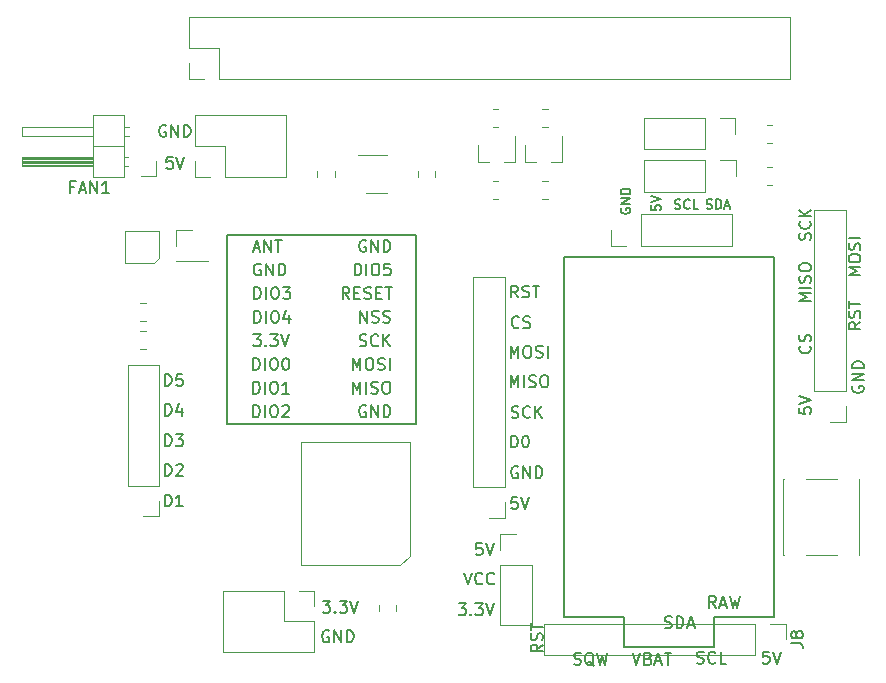
<source format=gbr>
%TF.GenerationSoftware,KiCad,Pcbnew,(5.1.10)-1*%
%TF.CreationDate,2022-02-24T16:30:35+08:00*%
%TF.ProjectId,hat,6861742e-6b69-4636-9164-5f7063625858,rev?*%
%TF.SameCoordinates,Original*%
%TF.FileFunction,Legend,Top*%
%TF.FilePolarity,Positive*%
%FSLAX46Y46*%
G04 Gerber Fmt 4.6, Leading zero omitted, Abs format (unit mm)*
G04 Created by KiCad (PCBNEW (5.1.10)-1) date 2022-02-24 16:30:35*
%MOMM*%
%LPD*%
G01*
G04 APERTURE LIST*
%ADD10C,0.150000*%
%ADD11C,0.120000*%
%ADD12C,0.160000*%
G04 APERTURE END LIST*
D10*
X157152380Y-118247619D02*
X156676190Y-118580952D01*
X157152380Y-118819047D02*
X156152380Y-118819047D01*
X156152380Y-118438095D01*
X156200000Y-118342857D01*
X156247619Y-118295238D01*
X156342857Y-118247619D01*
X156485714Y-118247619D01*
X156580952Y-118295238D01*
X156628571Y-118342857D01*
X156676190Y-118438095D01*
X156676190Y-118819047D01*
X157104761Y-117866666D02*
X157152380Y-117723809D01*
X157152380Y-117485714D01*
X157104761Y-117390476D01*
X157057142Y-117342857D01*
X156961904Y-117295238D01*
X156866666Y-117295238D01*
X156771428Y-117342857D01*
X156723809Y-117390476D01*
X156676190Y-117485714D01*
X156628571Y-117676190D01*
X156580952Y-117771428D01*
X156533333Y-117819047D01*
X156438095Y-117866666D01*
X156342857Y-117866666D01*
X156247619Y-117819047D01*
X156200000Y-117771428D01*
X156152380Y-117676190D01*
X156152380Y-117438095D01*
X156200000Y-117295238D01*
X156152380Y-117009523D02*
X156152380Y-116438095D01*
X157152380Y-116723809D02*
X156152380Y-116723809D01*
X159819047Y-119904761D02*
X159961904Y-119952380D01*
X160200000Y-119952380D01*
X160295238Y-119904761D01*
X160342857Y-119857142D01*
X160390476Y-119761904D01*
X160390476Y-119666666D01*
X160342857Y-119571428D01*
X160295238Y-119523809D01*
X160200000Y-119476190D01*
X160009523Y-119428571D01*
X159914285Y-119380952D01*
X159866666Y-119333333D01*
X159819047Y-119238095D01*
X159819047Y-119142857D01*
X159866666Y-119047619D01*
X159914285Y-119000000D01*
X160009523Y-118952380D01*
X160247619Y-118952380D01*
X160390476Y-119000000D01*
X161485714Y-120047619D02*
X161390476Y-120000000D01*
X161295238Y-119904761D01*
X161152380Y-119761904D01*
X161057142Y-119714285D01*
X160961904Y-119714285D01*
X161009523Y-119952380D02*
X160914285Y-119904761D01*
X160819047Y-119809523D01*
X160771428Y-119619047D01*
X160771428Y-119285714D01*
X160819047Y-119095238D01*
X160914285Y-119000000D01*
X161009523Y-118952380D01*
X161200000Y-118952380D01*
X161295238Y-119000000D01*
X161390476Y-119095238D01*
X161438095Y-119285714D01*
X161438095Y-119619047D01*
X161390476Y-119809523D01*
X161295238Y-119904761D01*
X161200000Y-119952380D01*
X161009523Y-119952380D01*
X161771428Y-118952380D02*
X162009523Y-119952380D01*
X162200000Y-119238095D01*
X162390476Y-119952380D01*
X162628571Y-118952380D01*
X164757142Y-118952380D02*
X165090476Y-119952380D01*
X165423809Y-118952380D01*
X166090476Y-119428571D02*
X166233333Y-119476190D01*
X166280952Y-119523809D01*
X166328571Y-119619047D01*
X166328571Y-119761904D01*
X166280952Y-119857142D01*
X166233333Y-119904761D01*
X166138095Y-119952380D01*
X165757142Y-119952380D01*
X165757142Y-118952380D01*
X166090476Y-118952380D01*
X166185714Y-119000000D01*
X166233333Y-119047619D01*
X166280952Y-119142857D01*
X166280952Y-119238095D01*
X166233333Y-119333333D01*
X166185714Y-119380952D01*
X166090476Y-119428571D01*
X165757142Y-119428571D01*
X166709523Y-119666666D02*
X167185714Y-119666666D01*
X166614285Y-119952380D02*
X166947619Y-118952380D01*
X167280952Y-119952380D01*
X167471428Y-118952380D02*
X168042857Y-118952380D01*
X167757142Y-119952380D02*
X167757142Y-118952380D01*
X167485714Y-116804761D02*
X167628571Y-116852380D01*
X167866666Y-116852380D01*
X167961904Y-116804761D01*
X168009523Y-116757142D01*
X168057142Y-116661904D01*
X168057142Y-116566666D01*
X168009523Y-116471428D01*
X167961904Y-116423809D01*
X167866666Y-116376190D01*
X167676190Y-116328571D01*
X167580952Y-116280952D01*
X167533333Y-116233333D01*
X167485714Y-116138095D01*
X167485714Y-116042857D01*
X167533333Y-115947619D01*
X167580952Y-115900000D01*
X167676190Y-115852380D01*
X167914285Y-115852380D01*
X168057142Y-115900000D01*
X168485714Y-116852380D02*
X168485714Y-115852380D01*
X168723809Y-115852380D01*
X168866666Y-115900000D01*
X168961904Y-115995238D01*
X169009523Y-116090476D01*
X169057142Y-116280952D01*
X169057142Y-116423809D01*
X169009523Y-116614285D01*
X168961904Y-116709523D01*
X168866666Y-116804761D01*
X168723809Y-116852380D01*
X168485714Y-116852380D01*
X169438095Y-116566666D02*
X169914285Y-116566666D01*
X169342857Y-116852380D02*
X169676190Y-115852380D01*
X170009523Y-116852380D01*
X170209523Y-119804761D02*
X170352380Y-119852380D01*
X170590476Y-119852380D01*
X170685714Y-119804761D01*
X170733333Y-119757142D01*
X170780952Y-119661904D01*
X170780952Y-119566666D01*
X170733333Y-119471428D01*
X170685714Y-119423809D01*
X170590476Y-119376190D01*
X170400000Y-119328571D01*
X170304761Y-119280952D01*
X170257142Y-119233333D01*
X170209523Y-119138095D01*
X170209523Y-119042857D01*
X170257142Y-118947619D01*
X170304761Y-118900000D01*
X170400000Y-118852380D01*
X170638095Y-118852380D01*
X170780952Y-118900000D01*
X171780952Y-119757142D02*
X171733333Y-119804761D01*
X171590476Y-119852380D01*
X171495238Y-119852380D01*
X171352380Y-119804761D01*
X171257142Y-119709523D01*
X171209523Y-119614285D01*
X171161904Y-119423809D01*
X171161904Y-119280952D01*
X171209523Y-119090476D01*
X171257142Y-118995238D01*
X171352380Y-118900000D01*
X171495238Y-118852380D01*
X171590476Y-118852380D01*
X171733333Y-118900000D01*
X171780952Y-118947619D01*
X172685714Y-119852380D02*
X172209523Y-119852380D01*
X172209523Y-118852380D01*
X176309523Y-118852380D02*
X175833333Y-118852380D01*
X175785714Y-119328571D01*
X175833333Y-119280952D01*
X175928571Y-119233333D01*
X176166666Y-119233333D01*
X176261904Y-119280952D01*
X176309523Y-119328571D01*
X176357142Y-119423809D01*
X176357142Y-119661904D01*
X176309523Y-119757142D01*
X176261904Y-119804761D01*
X176166666Y-119852380D01*
X175928571Y-119852380D01*
X175833333Y-119804761D01*
X175785714Y-119757142D01*
X176642857Y-118852380D02*
X176976190Y-119852380D01*
X177309523Y-118852380D01*
X150466666Y-112152380D02*
X150800000Y-113152380D01*
X151133333Y-112152380D01*
X152038095Y-113057142D02*
X151990476Y-113104761D01*
X151847619Y-113152380D01*
X151752380Y-113152380D01*
X151609523Y-113104761D01*
X151514285Y-113009523D01*
X151466666Y-112914285D01*
X151419047Y-112723809D01*
X151419047Y-112580952D01*
X151466666Y-112390476D01*
X151514285Y-112295238D01*
X151609523Y-112200000D01*
X151752380Y-112152380D01*
X151847619Y-112152380D01*
X151990476Y-112200000D01*
X152038095Y-112247619D01*
X153038095Y-113057142D02*
X152990476Y-113104761D01*
X152847619Y-113152380D01*
X152752380Y-113152380D01*
X152609523Y-113104761D01*
X152514285Y-113009523D01*
X152466666Y-112914285D01*
X152419047Y-112723809D01*
X152419047Y-112580952D01*
X152466666Y-112390476D01*
X152514285Y-112295238D01*
X152609523Y-112200000D01*
X152752380Y-112152380D01*
X152847619Y-112152380D01*
X152990476Y-112200000D01*
X153038095Y-112247619D01*
X125238095Y-74300000D02*
X125142857Y-74252380D01*
X125000000Y-74252380D01*
X124857142Y-74300000D01*
X124761904Y-74395238D01*
X124714285Y-74490476D01*
X124666666Y-74680952D01*
X124666666Y-74823809D01*
X124714285Y-75014285D01*
X124761904Y-75109523D01*
X124857142Y-75204761D01*
X125000000Y-75252380D01*
X125095238Y-75252380D01*
X125238095Y-75204761D01*
X125285714Y-75157142D01*
X125285714Y-74823809D01*
X125095238Y-74823809D01*
X125714285Y-75252380D02*
X125714285Y-74252380D01*
X126285714Y-75252380D01*
X126285714Y-74252380D01*
X126761904Y-75252380D02*
X126761904Y-74252380D01*
X127000000Y-74252380D01*
X127142857Y-74300000D01*
X127238095Y-74395238D01*
X127285714Y-74490476D01*
X127333333Y-74680952D01*
X127333333Y-74823809D01*
X127285714Y-75014285D01*
X127238095Y-75109523D01*
X127142857Y-75204761D01*
X127000000Y-75252380D01*
X126761904Y-75252380D01*
X178852380Y-98190476D02*
X178852380Y-98666666D01*
X179328571Y-98714285D01*
X179280952Y-98666666D01*
X179233333Y-98571428D01*
X179233333Y-98333333D01*
X179280952Y-98238095D01*
X179328571Y-98190476D01*
X179423809Y-98142857D01*
X179661904Y-98142857D01*
X179757142Y-98190476D01*
X179804761Y-98238095D01*
X179852380Y-98333333D01*
X179852380Y-98571428D01*
X179804761Y-98666666D01*
X179757142Y-98714285D01*
X178852380Y-97857142D02*
X179852380Y-97523809D01*
X178852380Y-97190476D01*
X152009523Y-109652380D02*
X151533333Y-109652380D01*
X151485714Y-110128571D01*
X151533333Y-110080952D01*
X151628571Y-110033333D01*
X151866666Y-110033333D01*
X151961904Y-110080952D01*
X152009523Y-110128571D01*
X152057142Y-110223809D01*
X152057142Y-110461904D01*
X152009523Y-110557142D01*
X151961904Y-110604761D01*
X151866666Y-110652380D01*
X151628571Y-110652380D01*
X151533333Y-110604761D01*
X151485714Y-110557142D01*
X152342857Y-109652380D02*
X152676190Y-110652380D01*
X153009523Y-109652380D01*
X150023809Y-114752380D02*
X150642857Y-114752380D01*
X150309523Y-115133333D01*
X150452380Y-115133333D01*
X150547619Y-115180952D01*
X150595238Y-115228571D01*
X150642857Y-115323809D01*
X150642857Y-115561904D01*
X150595238Y-115657142D01*
X150547619Y-115704761D01*
X150452380Y-115752380D01*
X150166666Y-115752380D01*
X150071428Y-115704761D01*
X150023809Y-115657142D01*
X151071428Y-115657142D02*
X151119047Y-115704761D01*
X151071428Y-115752380D01*
X151023809Y-115704761D01*
X151071428Y-115657142D01*
X151071428Y-115752380D01*
X151452380Y-114752380D02*
X152071428Y-114752380D01*
X151738095Y-115133333D01*
X151880952Y-115133333D01*
X151976190Y-115180952D01*
X152023809Y-115228571D01*
X152071428Y-115323809D01*
X152071428Y-115561904D01*
X152023809Y-115657142D01*
X151976190Y-115704761D01*
X151880952Y-115752380D01*
X151595238Y-115752380D01*
X151500000Y-115704761D01*
X151452380Y-115657142D01*
X152357142Y-114752380D02*
X152690476Y-115752380D01*
X153023809Y-114752380D01*
X139038095Y-117100000D02*
X138942857Y-117052380D01*
X138800000Y-117052380D01*
X138657142Y-117100000D01*
X138561904Y-117195238D01*
X138514285Y-117290476D01*
X138466666Y-117480952D01*
X138466666Y-117623809D01*
X138514285Y-117814285D01*
X138561904Y-117909523D01*
X138657142Y-118004761D01*
X138800000Y-118052380D01*
X138895238Y-118052380D01*
X139038095Y-118004761D01*
X139085714Y-117957142D01*
X139085714Y-117623809D01*
X138895238Y-117623809D01*
X139514285Y-118052380D02*
X139514285Y-117052380D01*
X140085714Y-118052380D01*
X140085714Y-117052380D01*
X140561904Y-118052380D02*
X140561904Y-117052380D01*
X140800000Y-117052380D01*
X140942857Y-117100000D01*
X141038095Y-117195238D01*
X141085714Y-117290476D01*
X141133333Y-117480952D01*
X141133333Y-117623809D01*
X141085714Y-117814285D01*
X141038095Y-117909523D01*
X140942857Y-118004761D01*
X140800000Y-118052380D01*
X140561904Y-118052380D01*
X183400000Y-96361904D02*
X183352380Y-96457142D01*
X183352380Y-96600000D01*
X183400000Y-96742857D01*
X183495238Y-96838095D01*
X183590476Y-96885714D01*
X183780952Y-96933333D01*
X183923809Y-96933333D01*
X184114285Y-96885714D01*
X184209523Y-96838095D01*
X184304761Y-96742857D01*
X184352380Y-96600000D01*
X184352380Y-96504761D01*
X184304761Y-96361904D01*
X184257142Y-96314285D01*
X183923809Y-96314285D01*
X183923809Y-96504761D01*
X184352380Y-95885714D02*
X183352380Y-95885714D01*
X184352380Y-95314285D01*
X183352380Y-95314285D01*
X184352380Y-94838095D02*
X183352380Y-94838095D01*
X183352380Y-94600000D01*
X183400000Y-94457142D01*
X183495238Y-94361904D01*
X183590476Y-94314285D01*
X183780952Y-94266666D01*
X183923809Y-94266666D01*
X184114285Y-94314285D01*
X184209523Y-94361904D01*
X184304761Y-94457142D01*
X184352380Y-94600000D01*
X184352380Y-94838095D01*
X179804761Y-83985714D02*
X179852380Y-83842857D01*
X179852380Y-83604761D01*
X179804761Y-83509523D01*
X179757142Y-83461904D01*
X179661904Y-83414285D01*
X179566666Y-83414285D01*
X179471428Y-83461904D01*
X179423809Y-83509523D01*
X179376190Y-83604761D01*
X179328571Y-83795238D01*
X179280952Y-83890476D01*
X179233333Y-83938095D01*
X179138095Y-83985714D01*
X179042857Y-83985714D01*
X178947619Y-83938095D01*
X178900000Y-83890476D01*
X178852380Y-83795238D01*
X178852380Y-83557142D01*
X178900000Y-83414285D01*
X179757142Y-82414285D02*
X179804761Y-82461904D01*
X179852380Y-82604761D01*
X179852380Y-82700000D01*
X179804761Y-82842857D01*
X179709523Y-82938095D01*
X179614285Y-82985714D01*
X179423809Y-83033333D01*
X179280952Y-83033333D01*
X179090476Y-82985714D01*
X178995238Y-82938095D01*
X178900000Y-82842857D01*
X178852380Y-82700000D01*
X178852380Y-82604761D01*
X178900000Y-82461904D01*
X178947619Y-82414285D01*
X179852380Y-81985714D02*
X178852380Y-81985714D01*
X179852380Y-81414285D02*
X179280952Y-81842857D01*
X178852380Y-81414285D02*
X179423809Y-81985714D01*
X184052380Y-86971428D02*
X183052380Y-86971428D01*
X183766666Y-86638095D01*
X183052380Y-86304761D01*
X184052380Y-86304761D01*
X183052380Y-85638095D02*
X183052380Y-85447619D01*
X183100000Y-85352380D01*
X183195238Y-85257142D01*
X183385714Y-85209523D01*
X183719047Y-85209523D01*
X183909523Y-85257142D01*
X184004761Y-85352380D01*
X184052380Y-85447619D01*
X184052380Y-85638095D01*
X184004761Y-85733333D01*
X183909523Y-85828571D01*
X183719047Y-85876190D01*
X183385714Y-85876190D01*
X183195238Y-85828571D01*
X183100000Y-85733333D01*
X183052380Y-85638095D01*
X184004761Y-84828571D02*
X184052380Y-84685714D01*
X184052380Y-84447619D01*
X184004761Y-84352380D01*
X183957142Y-84304761D01*
X183861904Y-84257142D01*
X183766666Y-84257142D01*
X183671428Y-84304761D01*
X183623809Y-84352380D01*
X183576190Y-84447619D01*
X183528571Y-84638095D01*
X183480952Y-84733333D01*
X183433333Y-84780952D01*
X183338095Y-84828571D01*
X183242857Y-84828571D01*
X183147619Y-84780952D01*
X183100000Y-84733333D01*
X183052380Y-84638095D01*
X183052380Y-84400000D01*
X183100000Y-84257142D01*
X184052380Y-83828571D02*
X183052380Y-83828571D01*
X179852380Y-89171428D02*
X178852380Y-89171428D01*
X179566666Y-88838095D01*
X178852380Y-88504761D01*
X179852380Y-88504761D01*
X179852380Y-88028571D02*
X178852380Y-88028571D01*
X179804761Y-87600000D02*
X179852380Y-87457142D01*
X179852380Y-87219047D01*
X179804761Y-87123809D01*
X179757142Y-87076190D01*
X179661904Y-87028571D01*
X179566666Y-87028571D01*
X179471428Y-87076190D01*
X179423809Y-87123809D01*
X179376190Y-87219047D01*
X179328571Y-87409523D01*
X179280952Y-87504761D01*
X179233333Y-87552380D01*
X179138095Y-87600000D01*
X179042857Y-87600000D01*
X178947619Y-87552380D01*
X178900000Y-87504761D01*
X178852380Y-87409523D01*
X178852380Y-87171428D01*
X178900000Y-87028571D01*
X178852380Y-86409523D02*
X178852380Y-86219047D01*
X178900000Y-86123809D01*
X178995238Y-86028571D01*
X179185714Y-85980952D01*
X179519047Y-85980952D01*
X179709523Y-86028571D01*
X179804761Y-86123809D01*
X179852380Y-86219047D01*
X179852380Y-86409523D01*
X179804761Y-86504761D01*
X179709523Y-86600000D01*
X179519047Y-86647619D01*
X179185714Y-86647619D01*
X178995238Y-86600000D01*
X178900000Y-86504761D01*
X178852380Y-86409523D01*
X184052380Y-90947619D02*
X183576190Y-91280952D01*
X184052380Y-91519047D02*
X183052380Y-91519047D01*
X183052380Y-91138095D01*
X183100000Y-91042857D01*
X183147619Y-90995238D01*
X183242857Y-90947619D01*
X183385714Y-90947619D01*
X183480952Y-90995238D01*
X183528571Y-91042857D01*
X183576190Y-91138095D01*
X183576190Y-91519047D01*
X184004761Y-90566666D02*
X184052380Y-90423809D01*
X184052380Y-90185714D01*
X184004761Y-90090476D01*
X183957142Y-90042857D01*
X183861904Y-89995238D01*
X183766666Y-89995238D01*
X183671428Y-90042857D01*
X183623809Y-90090476D01*
X183576190Y-90185714D01*
X183528571Y-90376190D01*
X183480952Y-90471428D01*
X183433333Y-90519047D01*
X183338095Y-90566666D01*
X183242857Y-90566666D01*
X183147619Y-90519047D01*
X183100000Y-90471428D01*
X183052380Y-90376190D01*
X183052380Y-90138095D01*
X183100000Y-89995238D01*
X183052380Y-89709523D02*
X183052380Y-89138095D01*
X184052380Y-89423809D02*
X183052380Y-89423809D01*
X179757142Y-92966666D02*
X179804761Y-93014285D01*
X179852380Y-93157142D01*
X179852380Y-93252380D01*
X179804761Y-93395238D01*
X179709523Y-93490476D01*
X179614285Y-93538095D01*
X179423809Y-93585714D01*
X179280952Y-93585714D01*
X179090476Y-93538095D01*
X178995238Y-93490476D01*
X178900000Y-93395238D01*
X178852380Y-93252380D01*
X178852380Y-93157142D01*
X178900000Y-93014285D01*
X178947619Y-92966666D01*
X179804761Y-92585714D02*
X179852380Y-92442857D01*
X179852380Y-92204761D01*
X179804761Y-92109523D01*
X179757142Y-92061904D01*
X179661904Y-92014285D01*
X179566666Y-92014285D01*
X179471428Y-92061904D01*
X179423809Y-92109523D01*
X179376190Y-92204761D01*
X179328571Y-92395238D01*
X179280952Y-92490476D01*
X179233333Y-92538095D01*
X179138095Y-92585714D01*
X179042857Y-92585714D01*
X178947619Y-92538095D01*
X178900000Y-92490476D01*
X178852380Y-92395238D01*
X178852380Y-92157142D01*
X178900000Y-92014285D01*
X171028571Y-81323809D02*
X171142857Y-81361904D01*
X171333333Y-81361904D01*
X171409523Y-81323809D01*
X171447619Y-81285714D01*
X171485714Y-81209523D01*
X171485714Y-81133333D01*
X171447619Y-81057142D01*
X171409523Y-81019047D01*
X171333333Y-80980952D01*
X171180952Y-80942857D01*
X171104761Y-80904761D01*
X171066666Y-80866666D01*
X171028571Y-80790476D01*
X171028571Y-80714285D01*
X171066666Y-80638095D01*
X171104761Y-80600000D01*
X171180952Y-80561904D01*
X171371428Y-80561904D01*
X171485714Y-80600000D01*
X171828571Y-81361904D02*
X171828571Y-80561904D01*
X172019047Y-80561904D01*
X172133333Y-80600000D01*
X172209523Y-80676190D01*
X172247619Y-80752380D01*
X172285714Y-80904761D01*
X172285714Y-81019047D01*
X172247619Y-81171428D01*
X172209523Y-81247619D01*
X172133333Y-81323809D01*
X172019047Y-81361904D01*
X171828571Y-81361904D01*
X172590476Y-81133333D02*
X172971428Y-81133333D01*
X172514285Y-81361904D02*
X172780952Y-80561904D01*
X173047619Y-81361904D01*
X168347619Y-81323809D02*
X168461904Y-81361904D01*
X168652380Y-81361904D01*
X168728571Y-81323809D01*
X168766666Y-81285714D01*
X168804761Y-81209523D01*
X168804761Y-81133333D01*
X168766666Y-81057142D01*
X168728571Y-81019047D01*
X168652380Y-80980952D01*
X168500000Y-80942857D01*
X168423809Y-80904761D01*
X168385714Y-80866666D01*
X168347619Y-80790476D01*
X168347619Y-80714285D01*
X168385714Y-80638095D01*
X168423809Y-80600000D01*
X168500000Y-80561904D01*
X168690476Y-80561904D01*
X168804761Y-80600000D01*
X169604761Y-81285714D02*
X169566666Y-81323809D01*
X169452380Y-81361904D01*
X169376190Y-81361904D01*
X169261904Y-81323809D01*
X169185714Y-81247619D01*
X169147619Y-81171428D01*
X169109523Y-81019047D01*
X169109523Y-80904761D01*
X169147619Y-80752380D01*
X169185714Y-80676190D01*
X169261904Y-80600000D01*
X169376190Y-80561904D01*
X169452380Y-80561904D01*
X169566666Y-80600000D01*
X169604761Y-80638095D01*
X170328571Y-81361904D02*
X169947619Y-81361904D01*
X169947619Y-80561904D01*
X166361904Y-81052380D02*
X166361904Y-81433333D01*
X166742857Y-81471428D01*
X166704761Y-81433333D01*
X166666666Y-81357142D01*
X166666666Y-81166666D01*
X166704761Y-81090476D01*
X166742857Y-81052380D01*
X166819047Y-81014285D01*
X167009523Y-81014285D01*
X167085714Y-81052380D01*
X167123809Y-81090476D01*
X167161904Y-81166666D01*
X167161904Y-81357142D01*
X167123809Y-81433333D01*
X167085714Y-81471428D01*
X166361904Y-80785714D02*
X167161904Y-80519047D01*
X166361904Y-80252380D01*
X163800000Y-81309523D02*
X163761904Y-81385714D01*
X163761904Y-81500000D01*
X163800000Y-81614285D01*
X163876190Y-81690476D01*
X163952380Y-81728571D01*
X164104761Y-81766666D01*
X164219047Y-81766666D01*
X164371428Y-81728571D01*
X164447619Y-81690476D01*
X164523809Y-81614285D01*
X164561904Y-81500000D01*
X164561904Y-81423809D01*
X164523809Y-81309523D01*
X164485714Y-81271428D01*
X164219047Y-81271428D01*
X164219047Y-81423809D01*
X164561904Y-80928571D02*
X163761904Y-80928571D01*
X164561904Y-80471428D01*
X163761904Y-80471428D01*
X164561904Y-80090476D02*
X163761904Y-80090476D01*
X163761904Y-79900000D01*
X163800000Y-79785714D01*
X163876190Y-79709523D01*
X163952380Y-79671428D01*
X164104761Y-79633333D01*
X164219047Y-79633333D01*
X164371428Y-79671428D01*
X164447619Y-79709523D01*
X164523809Y-79785714D01*
X164561904Y-79900000D01*
X164561904Y-80090476D01*
X125161904Y-106552380D02*
X125161904Y-105552380D01*
X125400000Y-105552380D01*
X125542857Y-105600000D01*
X125638095Y-105695238D01*
X125685714Y-105790476D01*
X125733333Y-105980952D01*
X125733333Y-106123809D01*
X125685714Y-106314285D01*
X125638095Y-106409523D01*
X125542857Y-106504761D01*
X125400000Y-106552380D01*
X125161904Y-106552380D01*
X126685714Y-106552380D02*
X126114285Y-106552380D01*
X126400000Y-106552380D02*
X126400000Y-105552380D01*
X126304761Y-105695238D01*
X126209523Y-105790476D01*
X126114285Y-105838095D01*
X125161904Y-103952380D02*
X125161904Y-102952380D01*
X125400000Y-102952380D01*
X125542857Y-103000000D01*
X125638095Y-103095238D01*
X125685714Y-103190476D01*
X125733333Y-103380952D01*
X125733333Y-103523809D01*
X125685714Y-103714285D01*
X125638095Y-103809523D01*
X125542857Y-103904761D01*
X125400000Y-103952380D01*
X125161904Y-103952380D01*
X126114285Y-103047619D02*
X126161904Y-103000000D01*
X126257142Y-102952380D01*
X126495238Y-102952380D01*
X126590476Y-103000000D01*
X126638095Y-103047619D01*
X126685714Y-103142857D01*
X126685714Y-103238095D01*
X126638095Y-103380952D01*
X126066666Y-103952380D01*
X126685714Y-103952380D01*
X125161904Y-101452380D02*
X125161904Y-100452380D01*
X125400000Y-100452380D01*
X125542857Y-100500000D01*
X125638095Y-100595238D01*
X125685714Y-100690476D01*
X125733333Y-100880952D01*
X125733333Y-101023809D01*
X125685714Y-101214285D01*
X125638095Y-101309523D01*
X125542857Y-101404761D01*
X125400000Y-101452380D01*
X125161904Y-101452380D01*
X126066666Y-100452380D02*
X126685714Y-100452380D01*
X126352380Y-100833333D01*
X126495238Y-100833333D01*
X126590476Y-100880952D01*
X126638095Y-100928571D01*
X126685714Y-101023809D01*
X126685714Y-101261904D01*
X126638095Y-101357142D01*
X126590476Y-101404761D01*
X126495238Y-101452380D01*
X126209523Y-101452380D01*
X126114285Y-101404761D01*
X126066666Y-101357142D01*
X125161904Y-98852380D02*
X125161904Y-97852380D01*
X125400000Y-97852380D01*
X125542857Y-97900000D01*
X125638095Y-97995238D01*
X125685714Y-98090476D01*
X125733333Y-98280952D01*
X125733333Y-98423809D01*
X125685714Y-98614285D01*
X125638095Y-98709523D01*
X125542857Y-98804761D01*
X125400000Y-98852380D01*
X125161904Y-98852380D01*
X126590476Y-98185714D02*
X126590476Y-98852380D01*
X126352380Y-97804761D02*
X126114285Y-98519047D01*
X126733333Y-98519047D01*
X125161904Y-96352380D02*
X125161904Y-95352380D01*
X125400000Y-95352380D01*
X125542857Y-95400000D01*
X125638095Y-95495238D01*
X125685714Y-95590476D01*
X125733333Y-95780952D01*
X125733333Y-95923809D01*
X125685714Y-96114285D01*
X125638095Y-96209523D01*
X125542857Y-96304761D01*
X125400000Y-96352380D01*
X125161904Y-96352380D01*
X126638095Y-95352380D02*
X126161904Y-95352380D01*
X126114285Y-95828571D01*
X126161904Y-95780952D01*
X126257142Y-95733333D01*
X126495238Y-95733333D01*
X126590476Y-95780952D01*
X126638095Y-95828571D01*
X126685714Y-95923809D01*
X126685714Y-96161904D01*
X126638095Y-96257142D01*
X126590476Y-96304761D01*
X126495238Y-96352380D01*
X126257142Y-96352380D01*
X126161904Y-96304761D01*
X126114285Y-96257142D01*
X155009523Y-105752380D02*
X154533333Y-105752380D01*
X154485714Y-106228571D01*
X154533333Y-106180952D01*
X154628571Y-106133333D01*
X154866666Y-106133333D01*
X154961904Y-106180952D01*
X155009523Y-106228571D01*
X155057142Y-106323809D01*
X155057142Y-106561904D01*
X155009523Y-106657142D01*
X154961904Y-106704761D01*
X154866666Y-106752380D01*
X154628571Y-106752380D01*
X154533333Y-106704761D01*
X154485714Y-106657142D01*
X155342857Y-105752380D02*
X155676190Y-106752380D01*
X156009523Y-105752380D01*
X155038095Y-103200000D02*
X154942857Y-103152380D01*
X154800000Y-103152380D01*
X154657142Y-103200000D01*
X154561904Y-103295238D01*
X154514285Y-103390476D01*
X154466666Y-103580952D01*
X154466666Y-103723809D01*
X154514285Y-103914285D01*
X154561904Y-104009523D01*
X154657142Y-104104761D01*
X154800000Y-104152380D01*
X154895238Y-104152380D01*
X155038095Y-104104761D01*
X155085714Y-104057142D01*
X155085714Y-103723809D01*
X154895238Y-103723809D01*
X155514285Y-104152380D02*
X155514285Y-103152380D01*
X156085714Y-104152380D01*
X156085714Y-103152380D01*
X156561904Y-104152380D02*
X156561904Y-103152380D01*
X156800000Y-103152380D01*
X156942857Y-103200000D01*
X157038095Y-103295238D01*
X157085714Y-103390476D01*
X157133333Y-103580952D01*
X157133333Y-103723809D01*
X157085714Y-103914285D01*
X157038095Y-104009523D01*
X156942857Y-104104761D01*
X156800000Y-104152380D01*
X156561904Y-104152380D01*
X154461904Y-101552380D02*
X154461904Y-100552380D01*
X154700000Y-100552380D01*
X154842857Y-100600000D01*
X154938095Y-100695238D01*
X154985714Y-100790476D01*
X155033333Y-100980952D01*
X155033333Y-101123809D01*
X154985714Y-101314285D01*
X154938095Y-101409523D01*
X154842857Y-101504761D01*
X154700000Y-101552380D01*
X154461904Y-101552380D01*
X155652380Y-100552380D02*
X155747619Y-100552380D01*
X155842857Y-100600000D01*
X155890476Y-100647619D01*
X155938095Y-100742857D01*
X155985714Y-100933333D01*
X155985714Y-101171428D01*
X155938095Y-101361904D01*
X155890476Y-101457142D01*
X155842857Y-101504761D01*
X155747619Y-101552380D01*
X155652380Y-101552380D01*
X155557142Y-101504761D01*
X155509523Y-101457142D01*
X155461904Y-101361904D01*
X155414285Y-101171428D01*
X155414285Y-100933333D01*
X155461904Y-100742857D01*
X155509523Y-100647619D01*
X155557142Y-100600000D01*
X155652380Y-100552380D01*
X154514285Y-99004761D02*
X154657142Y-99052380D01*
X154895238Y-99052380D01*
X154990476Y-99004761D01*
X155038095Y-98957142D01*
X155085714Y-98861904D01*
X155085714Y-98766666D01*
X155038095Y-98671428D01*
X154990476Y-98623809D01*
X154895238Y-98576190D01*
X154704761Y-98528571D01*
X154609523Y-98480952D01*
X154561904Y-98433333D01*
X154514285Y-98338095D01*
X154514285Y-98242857D01*
X154561904Y-98147619D01*
X154609523Y-98100000D01*
X154704761Y-98052380D01*
X154942857Y-98052380D01*
X155085714Y-98100000D01*
X156085714Y-98957142D02*
X156038095Y-99004761D01*
X155895238Y-99052380D01*
X155800000Y-99052380D01*
X155657142Y-99004761D01*
X155561904Y-98909523D01*
X155514285Y-98814285D01*
X155466666Y-98623809D01*
X155466666Y-98480952D01*
X155514285Y-98290476D01*
X155561904Y-98195238D01*
X155657142Y-98100000D01*
X155800000Y-98052380D01*
X155895238Y-98052380D01*
X156038095Y-98100000D01*
X156085714Y-98147619D01*
X156514285Y-99052380D02*
X156514285Y-98052380D01*
X157085714Y-99052380D02*
X156657142Y-98480952D01*
X157085714Y-98052380D02*
X156514285Y-98623809D01*
X154428571Y-96452380D02*
X154428571Y-95452380D01*
X154761904Y-96166666D01*
X155095238Y-95452380D01*
X155095238Y-96452380D01*
X155571428Y-96452380D02*
X155571428Y-95452380D01*
X156000000Y-96404761D02*
X156142857Y-96452380D01*
X156380952Y-96452380D01*
X156476190Y-96404761D01*
X156523809Y-96357142D01*
X156571428Y-96261904D01*
X156571428Y-96166666D01*
X156523809Y-96071428D01*
X156476190Y-96023809D01*
X156380952Y-95976190D01*
X156190476Y-95928571D01*
X156095238Y-95880952D01*
X156047619Y-95833333D01*
X156000000Y-95738095D01*
X156000000Y-95642857D01*
X156047619Y-95547619D01*
X156095238Y-95500000D01*
X156190476Y-95452380D01*
X156428571Y-95452380D01*
X156571428Y-95500000D01*
X157190476Y-95452380D02*
X157380952Y-95452380D01*
X157476190Y-95500000D01*
X157571428Y-95595238D01*
X157619047Y-95785714D01*
X157619047Y-96119047D01*
X157571428Y-96309523D01*
X157476190Y-96404761D01*
X157380952Y-96452380D01*
X157190476Y-96452380D01*
X157095238Y-96404761D01*
X157000000Y-96309523D01*
X156952380Y-96119047D01*
X156952380Y-95785714D01*
X157000000Y-95595238D01*
X157095238Y-95500000D01*
X157190476Y-95452380D01*
X154428571Y-93952380D02*
X154428571Y-92952380D01*
X154761904Y-93666666D01*
X155095238Y-92952380D01*
X155095238Y-93952380D01*
X155761904Y-92952380D02*
X155952380Y-92952380D01*
X156047619Y-93000000D01*
X156142857Y-93095238D01*
X156190476Y-93285714D01*
X156190476Y-93619047D01*
X156142857Y-93809523D01*
X156047619Y-93904761D01*
X155952380Y-93952380D01*
X155761904Y-93952380D01*
X155666666Y-93904761D01*
X155571428Y-93809523D01*
X155523809Y-93619047D01*
X155523809Y-93285714D01*
X155571428Y-93095238D01*
X155666666Y-93000000D01*
X155761904Y-92952380D01*
X156571428Y-93904761D02*
X156714285Y-93952380D01*
X156952380Y-93952380D01*
X157047619Y-93904761D01*
X157095238Y-93857142D01*
X157142857Y-93761904D01*
X157142857Y-93666666D01*
X157095238Y-93571428D01*
X157047619Y-93523809D01*
X156952380Y-93476190D01*
X156761904Y-93428571D01*
X156666666Y-93380952D01*
X156619047Y-93333333D01*
X156571428Y-93238095D01*
X156571428Y-93142857D01*
X156619047Y-93047619D01*
X156666666Y-93000000D01*
X156761904Y-92952380D01*
X157000000Y-92952380D01*
X157142857Y-93000000D01*
X157571428Y-93952380D02*
X157571428Y-92952380D01*
X155133333Y-91357142D02*
X155085714Y-91404761D01*
X154942857Y-91452380D01*
X154847619Y-91452380D01*
X154704761Y-91404761D01*
X154609523Y-91309523D01*
X154561904Y-91214285D01*
X154514285Y-91023809D01*
X154514285Y-90880952D01*
X154561904Y-90690476D01*
X154609523Y-90595238D01*
X154704761Y-90500000D01*
X154847619Y-90452380D01*
X154942857Y-90452380D01*
X155085714Y-90500000D01*
X155133333Y-90547619D01*
X155514285Y-91404761D02*
X155657142Y-91452380D01*
X155895238Y-91452380D01*
X155990476Y-91404761D01*
X156038095Y-91357142D01*
X156085714Y-91261904D01*
X156085714Y-91166666D01*
X156038095Y-91071428D01*
X155990476Y-91023809D01*
X155895238Y-90976190D01*
X155704761Y-90928571D01*
X155609523Y-90880952D01*
X155561904Y-90833333D01*
X155514285Y-90738095D01*
X155514285Y-90642857D01*
X155561904Y-90547619D01*
X155609523Y-90500000D01*
X155704761Y-90452380D01*
X155942857Y-90452380D01*
X156085714Y-90500000D01*
X155052380Y-88852380D02*
X154719047Y-88376190D01*
X154480952Y-88852380D02*
X154480952Y-87852380D01*
X154861904Y-87852380D01*
X154957142Y-87900000D01*
X155004761Y-87947619D01*
X155052380Y-88042857D01*
X155052380Y-88185714D01*
X155004761Y-88280952D01*
X154957142Y-88328571D01*
X154861904Y-88376190D01*
X154480952Y-88376190D01*
X155433333Y-88804761D02*
X155576190Y-88852380D01*
X155814285Y-88852380D01*
X155909523Y-88804761D01*
X155957142Y-88757142D01*
X156004761Y-88661904D01*
X156004761Y-88566666D01*
X155957142Y-88471428D01*
X155909523Y-88423809D01*
X155814285Y-88376190D01*
X155623809Y-88328571D01*
X155528571Y-88280952D01*
X155480952Y-88233333D01*
X155433333Y-88138095D01*
X155433333Y-88042857D01*
X155480952Y-87947619D01*
X155528571Y-87900000D01*
X155623809Y-87852380D01*
X155861904Y-87852380D01*
X156004761Y-87900000D01*
X156290476Y-87852380D02*
X156861904Y-87852380D01*
X156576190Y-88852380D02*
X156576190Y-87852380D01*
X125809523Y-76952380D02*
X125333333Y-76952380D01*
X125285714Y-77428571D01*
X125333333Y-77380952D01*
X125428571Y-77333333D01*
X125666666Y-77333333D01*
X125761904Y-77380952D01*
X125809523Y-77428571D01*
X125857142Y-77523809D01*
X125857142Y-77761904D01*
X125809523Y-77857142D01*
X125761904Y-77904761D01*
X125666666Y-77952380D01*
X125428571Y-77952380D01*
X125333333Y-77904761D01*
X125285714Y-77857142D01*
X126142857Y-76952380D02*
X126476190Y-77952380D01*
X126809523Y-76952380D01*
X138523809Y-114552380D02*
X139142857Y-114552380D01*
X138809523Y-114933333D01*
X138952380Y-114933333D01*
X139047619Y-114980952D01*
X139095238Y-115028571D01*
X139142857Y-115123809D01*
X139142857Y-115361904D01*
X139095238Y-115457142D01*
X139047619Y-115504761D01*
X138952380Y-115552380D01*
X138666666Y-115552380D01*
X138571428Y-115504761D01*
X138523809Y-115457142D01*
X139571428Y-115457142D02*
X139619047Y-115504761D01*
X139571428Y-115552380D01*
X139523809Y-115504761D01*
X139571428Y-115457142D01*
X139571428Y-115552380D01*
X139952380Y-114552380D02*
X140571428Y-114552380D01*
X140238095Y-114933333D01*
X140380952Y-114933333D01*
X140476190Y-114980952D01*
X140523809Y-115028571D01*
X140571428Y-115123809D01*
X140571428Y-115361904D01*
X140523809Y-115457142D01*
X140476190Y-115504761D01*
X140380952Y-115552380D01*
X140095238Y-115552380D01*
X140000000Y-115504761D01*
X139952380Y-115457142D01*
X140857142Y-114552380D02*
X141190476Y-115552380D01*
X141523809Y-114552380D01*
X171809523Y-115152380D02*
X171476190Y-114676190D01*
X171238095Y-115152380D02*
X171238095Y-114152380D01*
X171619047Y-114152380D01*
X171714285Y-114200000D01*
X171761904Y-114247619D01*
X171809523Y-114342857D01*
X171809523Y-114485714D01*
X171761904Y-114580952D01*
X171714285Y-114628571D01*
X171619047Y-114676190D01*
X171238095Y-114676190D01*
X172190476Y-114866666D02*
X172666666Y-114866666D01*
X172095238Y-115152380D02*
X172428571Y-114152380D01*
X172761904Y-115152380D01*
X173000000Y-114152380D02*
X173238095Y-115152380D01*
X173428571Y-114438095D01*
X173619047Y-115152380D01*
X173857142Y-114152380D01*
%TO.C,U4*%
X158960000Y-85420000D02*
X176740000Y-85420000D01*
X158960000Y-115900000D02*
X158960000Y-85420000D01*
X164040000Y-115900000D02*
X158960000Y-115900000D01*
X164040000Y-118440000D02*
X164040000Y-115900000D01*
X171660000Y-118440000D02*
X164040000Y-118440000D01*
X171660000Y-115900000D02*
X171660000Y-118440000D01*
X176740000Y-115900000D02*
X171660000Y-115900000D01*
X176740000Y-115900000D02*
X176740000Y-85420000D01*
D11*
%TO.C,J8*%
X177730000Y-116470000D02*
X177730000Y-117800000D01*
X176400000Y-116470000D02*
X177730000Y-116470000D01*
X175130000Y-116470000D02*
X175130000Y-119130000D01*
X175130000Y-119130000D02*
X157290000Y-119130000D01*
X175130000Y-116470000D02*
X157290000Y-116470000D01*
X157290000Y-116470000D02*
X157290000Y-119130000D01*
%TO.C,SPI_PORT1*%
X182800000Y-99370000D02*
X181470000Y-99370000D01*
X182800000Y-98040000D02*
X182800000Y-99370000D01*
X182800000Y-96770000D02*
X180140000Y-96770000D01*
X180140000Y-96770000D02*
X180140000Y-81470000D01*
X182800000Y-96770000D02*
X182800000Y-81470000D01*
X182800000Y-81470000D02*
X180140000Y-81470000D01*
%TO.C,J3*%
X153570000Y-108870000D02*
X154900000Y-108870000D01*
X153570000Y-110200000D02*
X153570000Y-108870000D01*
X153570000Y-111470000D02*
X156230000Y-111470000D01*
X156230000Y-111470000D02*
X156230000Y-116610000D01*
X153570000Y-111470000D02*
X153570000Y-116610000D01*
X153570000Y-116610000D02*
X156230000Y-116610000D01*
%TO.C,J4*%
X124670000Y-107390000D02*
X123340000Y-107390000D01*
X124670000Y-106060000D02*
X124670000Y-107390000D01*
X124670000Y-104790000D02*
X122010000Y-104790000D01*
X122010000Y-104790000D02*
X122010000Y-94570000D01*
X124670000Y-104790000D02*
X124670000Y-94570000D01*
X124670000Y-94570000D02*
X122010000Y-94570000D01*
%TO.C,U5*%
X143980000Y-76780000D02*
X141530000Y-76780000D01*
X142180000Y-80000000D02*
X143980000Y-80000000D01*
%TO.C,U3*%
X145900000Y-110745000D02*
X145100000Y-111545000D01*
X145100000Y-111545000D02*
X136700000Y-111545000D01*
X136700000Y-111545000D02*
X136700000Y-101055000D01*
X136700000Y-101055000D02*
X145900000Y-101055000D01*
X145900000Y-101055000D02*
X145900000Y-110745000D01*
%TO.C,U2*%
X124170000Y-85910000D02*
X124270000Y-85910000D01*
X121770000Y-85910000D02*
X124170000Y-85910000D01*
X121770000Y-83210000D02*
X121770000Y-85910000D01*
X124670000Y-83210000D02*
X121770000Y-83210000D01*
X124670000Y-85510000D02*
X124670000Y-83210000D01*
X124270000Y-85910000D02*
X124670000Y-85510000D01*
D12*
%TO.C,U1*%
X130430000Y-99540000D02*
X146430000Y-99540000D01*
X130430000Y-83540000D02*
X130430000Y-99540000D01*
X146430000Y-83540000D02*
X130430000Y-83540000D01*
X146430000Y-99540000D02*
X146430000Y-83540000D01*
D11*
%TO.C,SW1*%
X183970000Y-110675000D02*
X183970000Y-104215000D01*
X179440000Y-110675000D02*
X182040000Y-110675000D01*
X177510000Y-110675000D02*
X177510000Y-104215000D01*
X179440000Y-104215000D02*
X182040000Y-104215000D01*
X177540000Y-110675000D02*
X177510000Y-110675000D01*
X183970000Y-110675000D02*
X183940000Y-110675000D01*
X183970000Y-104215000D02*
X183940000Y-104215000D01*
X177510000Y-104215000D02*
X177540000Y-104215000D01*
%TO.C,SDA_PU1*%
X173470000Y-73650000D02*
X173470000Y-74980000D01*
X172140000Y-73650000D02*
X173470000Y-73650000D01*
X170870000Y-73650000D02*
X170870000Y-76310000D01*
X170870000Y-76310000D02*
X165730000Y-76310000D01*
X170870000Y-73650000D02*
X165730000Y-73650000D01*
X165730000Y-73650000D02*
X165730000Y-76310000D01*
%TO.C,SCL_PU1*%
X173480000Y-77260000D02*
X173480000Y-78590000D01*
X172150000Y-77260000D02*
X173480000Y-77260000D01*
X170880000Y-77260000D02*
X170880000Y-79920000D01*
X170880000Y-79920000D02*
X165740000Y-79920000D01*
X170880000Y-77260000D02*
X165740000Y-77260000D01*
X165740000Y-77260000D02*
X165740000Y-79920000D01*
%TO.C,R6*%
X176567064Y-77845000D02*
X176112936Y-77845000D01*
X176567064Y-79315000D02*
X176112936Y-79315000D01*
%TO.C,R5*%
X176557064Y-74275000D02*
X176102936Y-74275000D01*
X176557064Y-75745000D02*
X176102936Y-75745000D01*
%TO.C,R4*%
X153377064Y-79035000D02*
X152922936Y-79035000D01*
X153377064Y-80505000D02*
X152922936Y-80505000D01*
%TO.C,R3*%
X157122936Y-80505000D02*
X157577064Y-80505000D01*
X157122936Y-79035000D02*
X157577064Y-79035000D01*
%TO.C,R2*%
X153367064Y-72925000D02*
X152912936Y-72925000D01*
X153367064Y-74395000D02*
X152912936Y-74395000D01*
%TO.C,R1*%
X157567064Y-72925000D02*
X157112936Y-72925000D01*
X157567064Y-74395000D02*
X157112936Y-74395000D01*
%TO.C,Q2*%
X151660000Y-77380000D02*
X151660000Y-75920000D01*
X154820000Y-77380000D02*
X154820000Y-75220000D01*
X154820000Y-77380000D02*
X153890000Y-77380000D01*
X151660000Y-77380000D02*
X152590000Y-77380000D01*
%TO.C,Q1*%
X155660000Y-77380000D02*
X155660000Y-75920000D01*
X158820000Y-77380000D02*
X158820000Y-75220000D01*
X158820000Y-77380000D02*
X157890000Y-77380000D01*
X155660000Y-77380000D02*
X156590000Y-77380000D01*
%TO.C,J7*%
X137830000Y-113670000D02*
X137830000Y-115000000D01*
X136500000Y-113670000D02*
X137830000Y-113670000D01*
X137830000Y-116270000D02*
X137830000Y-118870000D01*
X135230000Y-116270000D02*
X137830000Y-116270000D01*
X135230000Y-113670000D02*
X135230000Y-116270000D01*
X137830000Y-118870000D02*
X130090000Y-118870000D01*
X135230000Y-113670000D02*
X130090000Y-113670000D01*
X130090000Y-113670000D02*
X130090000Y-118870000D01*
%TO.C,J6*%
X127690000Y-78640000D02*
X127690000Y-77310000D01*
X129020000Y-78640000D02*
X127690000Y-78640000D01*
X127690000Y-76040000D02*
X127690000Y-73440000D01*
X130290000Y-76040000D02*
X127690000Y-76040000D01*
X130290000Y-78640000D02*
X130290000Y-76040000D01*
X127690000Y-73440000D02*
X135430000Y-73440000D01*
X130290000Y-78640000D02*
X135430000Y-78640000D01*
X135430000Y-78640000D02*
X135430000Y-73440000D01*
%TO.C,J2*%
X126120000Y-83150000D02*
X127450000Y-83150000D01*
X126120000Y-84480000D02*
X126120000Y-83150000D01*
X126120000Y-85750000D02*
X128780000Y-85750000D01*
X128780000Y-85750000D02*
X128780000Y-85810000D01*
X126120000Y-85750000D02*
X126120000Y-85810000D01*
X126120000Y-85810000D02*
X128780000Y-85810000D01*
%TO.C,I2C_PORT1*%
X162900000Y-84490000D02*
X162900000Y-83160000D01*
X164230000Y-84490000D02*
X162900000Y-84490000D01*
X165500000Y-84490000D02*
X165500000Y-81830000D01*
X165500000Y-81830000D02*
X173180000Y-81830000D01*
X165500000Y-84490000D02*
X173180000Y-84490000D01*
X173180000Y-84490000D02*
X173180000Y-81830000D01*
%TO.C,FAN1*%
X124420000Y-78580000D02*
X123150000Y-78580000D01*
X124420000Y-77310000D02*
X124420000Y-78580000D01*
X122107071Y-74390000D02*
X121710000Y-74390000D01*
X122107071Y-75150000D02*
X121710000Y-75150000D01*
X113050000Y-74390000D02*
X119050000Y-74390000D01*
X113050000Y-75150000D02*
X113050000Y-74390000D01*
X119050000Y-75150000D02*
X113050000Y-75150000D01*
X121710000Y-76040000D02*
X119050000Y-76040000D01*
X122040000Y-76930000D02*
X121710000Y-76930000D01*
X122040000Y-77690000D02*
X121710000Y-77690000D01*
X119050000Y-77030000D02*
X113050000Y-77030000D01*
X119050000Y-77150000D02*
X113050000Y-77150000D01*
X119050000Y-77270000D02*
X113050000Y-77270000D01*
X119050000Y-77390000D02*
X113050000Y-77390000D01*
X119050000Y-77510000D02*
X113050000Y-77510000D01*
X119050000Y-77630000D02*
X113050000Y-77630000D01*
X113050000Y-76930000D02*
X119050000Y-76930000D01*
X113050000Y-77690000D02*
X113050000Y-76930000D01*
X119050000Y-77690000D02*
X113050000Y-77690000D01*
X119050000Y-78640000D02*
X121710000Y-78640000D01*
X119050000Y-73440000D02*
X119050000Y-78640000D01*
X121710000Y-73440000D02*
X119050000Y-73440000D01*
X121710000Y-78640000D02*
X121710000Y-73440000D01*
%TO.C,C5*%
X146565000Y-78146248D02*
X146565000Y-78668752D01*
X148035000Y-78146248D02*
X148035000Y-78668752D01*
%TO.C,C4*%
X138065000Y-78116248D02*
X138065000Y-78638752D01*
X139535000Y-78116248D02*
X139535000Y-78638752D01*
%TO.C,C3*%
X143265000Y-114876248D02*
X143265000Y-115398752D01*
X144735000Y-114876248D02*
X144735000Y-115398752D01*
%TO.C,C2*%
X123573752Y-91715000D02*
X123051248Y-91715000D01*
X123573752Y-93185000D02*
X123051248Y-93185000D01*
%TO.C,C1*%
X123558752Y-89345000D02*
X123036248Y-89345000D01*
X123558752Y-90815000D02*
X123036248Y-90815000D01*
%TO.C,J1*%
X127170000Y-70330000D02*
X127170000Y-69000000D01*
X128500000Y-70330000D02*
X127170000Y-70330000D01*
X127170000Y-67730000D02*
X127170000Y-65130000D01*
X129770000Y-67730000D02*
X127170000Y-67730000D01*
X129770000Y-70330000D02*
X129770000Y-67730000D01*
X127170000Y-65130000D02*
X178090000Y-65130000D01*
X129770000Y-70330000D02*
X178090000Y-70330000D01*
X178090000Y-70330000D02*
X178090000Y-65130000D01*
%TO.C,J5*%
X153930000Y-107530000D02*
X152600000Y-107530000D01*
X153930000Y-106200000D02*
X153930000Y-107530000D01*
X153930000Y-104930000D02*
X151270000Y-104930000D01*
X151270000Y-104930000D02*
X151270000Y-87090000D01*
X153930000Y-104930000D02*
X153930000Y-87090000D01*
X153930000Y-87090000D02*
X151270000Y-87090000D01*
%TO.C,J8*%
D10*
X178182380Y-118133333D02*
X178896666Y-118133333D01*
X179039523Y-118180952D01*
X179134761Y-118276190D01*
X179182380Y-118419047D01*
X179182380Y-118514285D01*
X178610952Y-117514285D02*
X178563333Y-117609523D01*
X178515714Y-117657142D01*
X178420476Y-117704761D01*
X178372857Y-117704761D01*
X178277619Y-117657142D01*
X178230000Y-117609523D01*
X178182380Y-117514285D01*
X178182380Y-117323809D01*
X178230000Y-117228571D01*
X178277619Y-117180952D01*
X178372857Y-117133333D01*
X178420476Y-117133333D01*
X178515714Y-117180952D01*
X178563333Y-117228571D01*
X178610952Y-117323809D01*
X178610952Y-117514285D01*
X178658571Y-117609523D01*
X178706190Y-117657142D01*
X178801428Y-117704761D01*
X178991904Y-117704761D01*
X179087142Y-117657142D01*
X179134761Y-117609523D01*
X179182380Y-117514285D01*
X179182380Y-117323809D01*
X179134761Y-117228571D01*
X179087142Y-117180952D01*
X178991904Y-117133333D01*
X178801428Y-117133333D01*
X178706190Y-117180952D01*
X178658571Y-117228571D01*
X178610952Y-117323809D01*
%TO.C,U1*%
X133268095Y-86040000D02*
X133172857Y-85992380D01*
X133030000Y-85992380D01*
X132887142Y-86040000D01*
X132791904Y-86135238D01*
X132744285Y-86230476D01*
X132696666Y-86420952D01*
X132696666Y-86563809D01*
X132744285Y-86754285D01*
X132791904Y-86849523D01*
X132887142Y-86944761D01*
X133030000Y-86992380D01*
X133125238Y-86992380D01*
X133268095Y-86944761D01*
X133315714Y-86897142D01*
X133315714Y-86563809D01*
X133125238Y-86563809D01*
X133744285Y-86992380D02*
X133744285Y-85992380D01*
X134315714Y-86992380D01*
X134315714Y-85992380D01*
X134791904Y-86992380D02*
X134791904Y-85992380D01*
X135030000Y-85992380D01*
X135172857Y-86040000D01*
X135268095Y-86135238D01*
X135315714Y-86230476D01*
X135363333Y-86420952D01*
X135363333Y-86563809D01*
X135315714Y-86754285D01*
X135268095Y-86849523D01*
X135172857Y-86944761D01*
X135030000Y-86992380D01*
X134791904Y-86992380D01*
X132730000Y-88992380D02*
X132730000Y-87992380D01*
X132968095Y-87992380D01*
X133110952Y-88040000D01*
X133206190Y-88135238D01*
X133253809Y-88230476D01*
X133301428Y-88420952D01*
X133301428Y-88563809D01*
X133253809Y-88754285D01*
X133206190Y-88849523D01*
X133110952Y-88944761D01*
X132968095Y-88992380D01*
X132730000Y-88992380D01*
X133730000Y-88992380D02*
X133730000Y-87992380D01*
X134396666Y-87992380D02*
X134587142Y-87992380D01*
X134682380Y-88040000D01*
X134777619Y-88135238D01*
X134825238Y-88325714D01*
X134825238Y-88659047D01*
X134777619Y-88849523D01*
X134682380Y-88944761D01*
X134587142Y-88992380D01*
X134396666Y-88992380D01*
X134301428Y-88944761D01*
X134206190Y-88849523D01*
X134158571Y-88659047D01*
X134158571Y-88325714D01*
X134206190Y-88135238D01*
X134301428Y-88040000D01*
X134396666Y-87992380D01*
X135158571Y-87992380D02*
X135777619Y-87992380D01*
X135444285Y-88373333D01*
X135587142Y-88373333D01*
X135682380Y-88420952D01*
X135730000Y-88468571D01*
X135777619Y-88563809D01*
X135777619Y-88801904D01*
X135730000Y-88897142D01*
X135682380Y-88944761D01*
X135587142Y-88992380D01*
X135301428Y-88992380D01*
X135206190Y-88944761D01*
X135158571Y-88897142D01*
X132730000Y-90992380D02*
X132730000Y-89992380D01*
X132968095Y-89992380D01*
X133110952Y-90040000D01*
X133206190Y-90135238D01*
X133253809Y-90230476D01*
X133301428Y-90420952D01*
X133301428Y-90563809D01*
X133253809Y-90754285D01*
X133206190Y-90849523D01*
X133110952Y-90944761D01*
X132968095Y-90992380D01*
X132730000Y-90992380D01*
X133730000Y-90992380D02*
X133730000Y-89992380D01*
X134396666Y-89992380D02*
X134587142Y-89992380D01*
X134682380Y-90040000D01*
X134777619Y-90135238D01*
X134825238Y-90325714D01*
X134825238Y-90659047D01*
X134777619Y-90849523D01*
X134682380Y-90944761D01*
X134587142Y-90992380D01*
X134396666Y-90992380D01*
X134301428Y-90944761D01*
X134206190Y-90849523D01*
X134158571Y-90659047D01*
X134158571Y-90325714D01*
X134206190Y-90135238D01*
X134301428Y-90040000D01*
X134396666Y-89992380D01*
X135682380Y-90325714D02*
X135682380Y-90992380D01*
X135444285Y-89944761D02*
X135206190Y-90659047D01*
X135825238Y-90659047D01*
X132653809Y-91992380D02*
X133272857Y-91992380D01*
X132939523Y-92373333D01*
X133082380Y-92373333D01*
X133177619Y-92420952D01*
X133225238Y-92468571D01*
X133272857Y-92563809D01*
X133272857Y-92801904D01*
X133225238Y-92897142D01*
X133177619Y-92944761D01*
X133082380Y-92992380D01*
X132796666Y-92992380D01*
X132701428Y-92944761D01*
X132653809Y-92897142D01*
X133701428Y-92897142D02*
X133749047Y-92944761D01*
X133701428Y-92992380D01*
X133653809Y-92944761D01*
X133701428Y-92897142D01*
X133701428Y-92992380D01*
X134082380Y-91992380D02*
X134701428Y-91992380D01*
X134368095Y-92373333D01*
X134510952Y-92373333D01*
X134606190Y-92420952D01*
X134653809Y-92468571D01*
X134701428Y-92563809D01*
X134701428Y-92801904D01*
X134653809Y-92897142D01*
X134606190Y-92944761D01*
X134510952Y-92992380D01*
X134225238Y-92992380D01*
X134130000Y-92944761D01*
X134082380Y-92897142D01*
X134987142Y-91992380D02*
X135320476Y-92992380D01*
X135653809Y-91992380D01*
X132630000Y-94992380D02*
X132630000Y-93992380D01*
X132868095Y-93992380D01*
X133010952Y-94040000D01*
X133106190Y-94135238D01*
X133153809Y-94230476D01*
X133201428Y-94420952D01*
X133201428Y-94563809D01*
X133153809Y-94754285D01*
X133106190Y-94849523D01*
X133010952Y-94944761D01*
X132868095Y-94992380D01*
X132630000Y-94992380D01*
X133630000Y-94992380D02*
X133630000Y-93992380D01*
X134296666Y-93992380D02*
X134487142Y-93992380D01*
X134582380Y-94040000D01*
X134677619Y-94135238D01*
X134725238Y-94325714D01*
X134725238Y-94659047D01*
X134677619Y-94849523D01*
X134582380Y-94944761D01*
X134487142Y-94992380D01*
X134296666Y-94992380D01*
X134201428Y-94944761D01*
X134106190Y-94849523D01*
X134058571Y-94659047D01*
X134058571Y-94325714D01*
X134106190Y-94135238D01*
X134201428Y-94040000D01*
X134296666Y-93992380D01*
X135344285Y-93992380D02*
X135439523Y-93992380D01*
X135534761Y-94040000D01*
X135582380Y-94087619D01*
X135630000Y-94182857D01*
X135677619Y-94373333D01*
X135677619Y-94611428D01*
X135630000Y-94801904D01*
X135582380Y-94897142D01*
X135534761Y-94944761D01*
X135439523Y-94992380D01*
X135344285Y-94992380D01*
X135249047Y-94944761D01*
X135201428Y-94897142D01*
X135153809Y-94801904D01*
X135106190Y-94611428D01*
X135106190Y-94373333D01*
X135153809Y-94182857D01*
X135201428Y-94087619D01*
X135249047Y-94040000D01*
X135344285Y-93992380D01*
X132630000Y-96992380D02*
X132630000Y-95992380D01*
X132868095Y-95992380D01*
X133010952Y-96040000D01*
X133106190Y-96135238D01*
X133153809Y-96230476D01*
X133201428Y-96420952D01*
X133201428Y-96563809D01*
X133153809Y-96754285D01*
X133106190Y-96849523D01*
X133010952Y-96944761D01*
X132868095Y-96992380D01*
X132630000Y-96992380D01*
X133630000Y-96992380D02*
X133630000Y-95992380D01*
X134296666Y-95992380D02*
X134487142Y-95992380D01*
X134582380Y-96040000D01*
X134677619Y-96135238D01*
X134725238Y-96325714D01*
X134725238Y-96659047D01*
X134677619Y-96849523D01*
X134582380Y-96944761D01*
X134487142Y-96992380D01*
X134296666Y-96992380D01*
X134201428Y-96944761D01*
X134106190Y-96849523D01*
X134058571Y-96659047D01*
X134058571Y-96325714D01*
X134106190Y-96135238D01*
X134201428Y-96040000D01*
X134296666Y-95992380D01*
X135677619Y-96992380D02*
X135106190Y-96992380D01*
X135391904Y-96992380D02*
X135391904Y-95992380D01*
X135296666Y-96135238D01*
X135201428Y-96230476D01*
X135106190Y-96278095D01*
X132630000Y-98992380D02*
X132630000Y-97992380D01*
X132868095Y-97992380D01*
X133010952Y-98040000D01*
X133106190Y-98135238D01*
X133153809Y-98230476D01*
X133201428Y-98420952D01*
X133201428Y-98563809D01*
X133153809Y-98754285D01*
X133106190Y-98849523D01*
X133010952Y-98944761D01*
X132868095Y-98992380D01*
X132630000Y-98992380D01*
X133630000Y-98992380D02*
X133630000Y-97992380D01*
X134296666Y-97992380D02*
X134487142Y-97992380D01*
X134582380Y-98040000D01*
X134677619Y-98135238D01*
X134725238Y-98325714D01*
X134725238Y-98659047D01*
X134677619Y-98849523D01*
X134582380Y-98944761D01*
X134487142Y-98992380D01*
X134296666Y-98992380D01*
X134201428Y-98944761D01*
X134106190Y-98849523D01*
X134058571Y-98659047D01*
X134058571Y-98325714D01*
X134106190Y-98135238D01*
X134201428Y-98040000D01*
X134296666Y-97992380D01*
X135106190Y-98087619D02*
X135153809Y-98040000D01*
X135249047Y-97992380D01*
X135487142Y-97992380D01*
X135582380Y-98040000D01*
X135630000Y-98087619D01*
X135677619Y-98182857D01*
X135677619Y-98278095D01*
X135630000Y-98420952D01*
X135058571Y-98992380D01*
X135677619Y-98992380D01*
X142168095Y-84040000D02*
X142072857Y-83992380D01*
X141930000Y-83992380D01*
X141787142Y-84040000D01*
X141691904Y-84135238D01*
X141644285Y-84230476D01*
X141596666Y-84420952D01*
X141596666Y-84563809D01*
X141644285Y-84754285D01*
X141691904Y-84849523D01*
X141787142Y-84944761D01*
X141930000Y-84992380D01*
X142025238Y-84992380D01*
X142168095Y-84944761D01*
X142215714Y-84897142D01*
X142215714Y-84563809D01*
X142025238Y-84563809D01*
X142644285Y-84992380D02*
X142644285Y-83992380D01*
X143215714Y-84992380D01*
X143215714Y-83992380D01*
X143691904Y-84992380D02*
X143691904Y-83992380D01*
X143930000Y-83992380D01*
X144072857Y-84040000D01*
X144168095Y-84135238D01*
X144215714Y-84230476D01*
X144263333Y-84420952D01*
X144263333Y-84563809D01*
X144215714Y-84754285D01*
X144168095Y-84849523D01*
X144072857Y-84944761D01*
X143930000Y-84992380D01*
X143691904Y-84992380D01*
X141230000Y-86992380D02*
X141230000Y-85992380D01*
X141468095Y-85992380D01*
X141610952Y-86040000D01*
X141706190Y-86135238D01*
X141753809Y-86230476D01*
X141801428Y-86420952D01*
X141801428Y-86563809D01*
X141753809Y-86754285D01*
X141706190Y-86849523D01*
X141610952Y-86944761D01*
X141468095Y-86992380D01*
X141230000Y-86992380D01*
X142230000Y-86992380D02*
X142230000Y-85992380D01*
X142896666Y-85992380D02*
X143087142Y-85992380D01*
X143182380Y-86040000D01*
X143277619Y-86135238D01*
X143325238Y-86325714D01*
X143325238Y-86659047D01*
X143277619Y-86849523D01*
X143182380Y-86944761D01*
X143087142Y-86992380D01*
X142896666Y-86992380D01*
X142801428Y-86944761D01*
X142706190Y-86849523D01*
X142658571Y-86659047D01*
X142658571Y-86325714D01*
X142706190Y-86135238D01*
X142801428Y-86040000D01*
X142896666Y-85992380D01*
X144230000Y-85992380D02*
X143753809Y-85992380D01*
X143706190Y-86468571D01*
X143753809Y-86420952D01*
X143849047Y-86373333D01*
X144087142Y-86373333D01*
X144182380Y-86420952D01*
X144230000Y-86468571D01*
X144277619Y-86563809D01*
X144277619Y-86801904D01*
X144230000Y-86897142D01*
X144182380Y-86944761D01*
X144087142Y-86992380D01*
X143849047Y-86992380D01*
X143753809Y-86944761D01*
X143706190Y-86897142D01*
X140777619Y-88992380D02*
X140444285Y-88516190D01*
X140206190Y-88992380D02*
X140206190Y-87992380D01*
X140587142Y-87992380D01*
X140682380Y-88040000D01*
X140730000Y-88087619D01*
X140777619Y-88182857D01*
X140777619Y-88325714D01*
X140730000Y-88420952D01*
X140682380Y-88468571D01*
X140587142Y-88516190D01*
X140206190Y-88516190D01*
X141206190Y-88468571D02*
X141539523Y-88468571D01*
X141682380Y-88992380D02*
X141206190Y-88992380D01*
X141206190Y-87992380D01*
X141682380Y-87992380D01*
X142063333Y-88944761D02*
X142206190Y-88992380D01*
X142444285Y-88992380D01*
X142539523Y-88944761D01*
X142587142Y-88897142D01*
X142634761Y-88801904D01*
X142634761Y-88706666D01*
X142587142Y-88611428D01*
X142539523Y-88563809D01*
X142444285Y-88516190D01*
X142253809Y-88468571D01*
X142158571Y-88420952D01*
X142110952Y-88373333D01*
X142063333Y-88278095D01*
X142063333Y-88182857D01*
X142110952Y-88087619D01*
X142158571Y-88040000D01*
X142253809Y-87992380D01*
X142491904Y-87992380D01*
X142634761Y-88040000D01*
X143063333Y-88468571D02*
X143396666Y-88468571D01*
X143539523Y-88992380D02*
X143063333Y-88992380D01*
X143063333Y-87992380D01*
X143539523Y-87992380D01*
X143825238Y-87992380D02*
X144396666Y-87992380D01*
X144110952Y-88992380D02*
X144110952Y-87992380D01*
X141691904Y-90992380D02*
X141691904Y-89992380D01*
X142263333Y-90992380D01*
X142263333Y-89992380D01*
X142691904Y-90944761D02*
X142834761Y-90992380D01*
X143072857Y-90992380D01*
X143168095Y-90944761D01*
X143215714Y-90897142D01*
X143263333Y-90801904D01*
X143263333Y-90706666D01*
X143215714Y-90611428D01*
X143168095Y-90563809D01*
X143072857Y-90516190D01*
X142882380Y-90468571D01*
X142787142Y-90420952D01*
X142739523Y-90373333D01*
X142691904Y-90278095D01*
X142691904Y-90182857D01*
X142739523Y-90087619D01*
X142787142Y-90040000D01*
X142882380Y-89992380D01*
X143120476Y-89992380D01*
X143263333Y-90040000D01*
X143644285Y-90944761D02*
X143787142Y-90992380D01*
X144025238Y-90992380D01*
X144120476Y-90944761D01*
X144168095Y-90897142D01*
X144215714Y-90801904D01*
X144215714Y-90706666D01*
X144168095Y-90611428D01*
X144120476Y-90563809D01*
X144025238Y-90516190D01*
X143834761Y-90468571D01*
X143739523Y-90420952D01*
X143691904Y-90373333D01*
X143644285Y-90278095D01*
X143644285Y-90182857D01*
X143691904Y-90087619D01*
X143739523Y-90040000D01*
X143834761Y-89992380D01*
X144072857Y-89992380D01*
X144215714Y-90040000D01*
X141644285Y-92944761D02*
X141787142Y-92992380D01*
X142025238Y-92992380D01*
X142120476Y-92944761D01*
X142168095Y-92897142D01*
X142215714Y-92801904D01*
X142215714Y-92706666D01*
X142168095Y-92611428D01*
X142120476Y-92563809D01*
X142025238Y-92516190D01*
X141834761Y-92468571D01*
X141739523Y-92420952D01*
X141691904Y-92373333D01*
X141644285Y-92278095D01*
X141644285Y-92182857D01*
X141691904Y-92087619D01*
X141739523Y-92040000D01*
X141834761Y-91992380D01*
X142072857Y-91992380D01*
X142215714Y-92040000D01*
X143215714Y-92897142D02*
X143168095Y-92944761D01*
X143025238Y-92992380D01*
X142930000Y-92992380D01*
X142787142Y-92944761D01*
X142691904Y-92849523D01*
X142644285Y-92754285D01*
X142596666Y-92563809D01*
X142596666Y-92420952D01*
X142644285Y-92230476D01*
X142691904Y-92135238D01*
X142787142Y-92040000D01*
X142930000Y-91992380D01*
X143025238Y-91992380D01*
X143168095Y-92040000D01*
X143215714Y-92087619D01*
X143644285Y-92992380D02*
X143644285Y-91992380D01*
X144215714Y-92992380D02*
X143787142Y-92420952D01*
X144215714Y-91992380D02*
X143644285Y-92563809D01*
X141058571Y-94992380D02*
X141058571Y-93992380D01*
X141391904Y-94706666D01*
X141725238Y-93992380D01*
X141725238Y-94992380D01*
X142391904Y-93992380D02*
X142582380Y-93992380D01*
X142677619Y-94040000D01*
X142772857Y-94135238D01*
X142820476Y-94325714D01*
X142820476Y-94659047D01*
X142772857Y-94849523D01*
X142677619Y-94944761D01*
X142582380Y-94992380D01*
X142391904Y-94992380D01*
X142296666Y-94944761D01*
X142201428Y-94849523D01*
X142153809Y-94659047D01*
X142153809Y-94325714D01*
X142201428Y-94135238D01*
X142296666Y-94040000D01*
X142391904Y-93992380D01*
X143201428Y-94944761D02*
X143344285Y-94992380D01*
X143582380Y-94992380D01*
X143677619Y-94944761D01*
X143725238Y-94897142D01*
X143772857Y-94801904D01*
X143772857Y-94706666D01*
X143725238Y-94611428D01*
X143677619Y-94563809D01*
X143582380Y-94516190D01*
X143391904Y-94468571D01*
X143296666Y-94420952D01*
X143249047Y-94373333D01*
X143201428Y-94278095D01*
X143201428Y-94182857D01*
X143249047Y-94087619D01*
X143296666Y-94040000D01*
X143391904Y-93992380D01*
X143630000Y-93992380D01*
X143772857Y-94040000D01*
X144201428Y-94992380D02*
X144201428Y-93992380D01*
X141058571Y-96992380D02*
X141058571Y-95992380D01*
X141391904Y-96706666D01*
X141725238Y-95992380D01*
X141725238Y-96992380D01*
X142201428Y-96992380D02*
X142201428Y-95992380D01*
X142630000Y-96944761D02*
X142772857Y-96992380D01*
X143010952Y-96992380D01*
X143106190Y-96944761D01*
X143153809Y-96897142D01*
X143201428Y-96801904D01*
X143201428Y-96706666D01*
X143153809Y-96611428D01*
X143106190Y-96563809D01*
X143010952Y-96516190D01*
X142820476Y-96468571D01*
X142725238Y-96420952D01*
X142677619Y-96373333D01*
X142630000Y-96278095D01*
X142630000Y-96182857D01*
X142677619Y-96087619D01*
X142725238Y-96040000D01*
X142820476Y-95992380D01*
X143058571Y-95992380D01*
X143201428Y-96040000D01*
X143820476Y-95992380D02*
X144010952Y-95992380D01*
X144106190Y-96040000D01*
X144201428Y-96135238D01*
X144249047Y-96325714D01*
X144249047Y-96659047D01*
X144201428Y-96849523D01*
X144106190Y-96944761D01*
X144010952Y-96992380D01*
X143820476Y-96992380D01*
X143725238Y-96944761D01*
X143630000Y-96849523D01*
X143582380Y-96659047D01*
X143582380Y-96325714D01*
X143630000Y-96135238D01*
X143725238Y-96040000D01*
X143820476Y-95992380D01*
X132687142Y-84706666D02*
X133163333Y-84706666D01*
X132591904Y-84992380D02*
X132925238Y-83992380D01*
X133258571Y-84992380D01*
X133591904Y-84992380D02*
X133591904Y-83992380D01*
X134163333Y-84992380D01*
X134163333Y-83992380D01*
X134496666Y-83992380D02*
X135068095Y-83992380D01*
X134782380Y-84992380D02*
X134782380Y-83992380D01*
X142168095Y-98040000D02*
X142072857Y-97992380D01*
X141930000Y-97992380D01*
X141787142Y-98040000D01*
X141691904Y-98135238D01*
X141644285Y-98230476D01*
X141596666Y-98420952D01*
X141596666Y-98563809D01*
X141644285Y-98754285D01*
X141691904Y-98849523D01*
X141787142Y-98944761D01*
X141930000Y-98992380D01*
X142025238Y-98992380D01*
X142168095Y-98944761D01*
X142215714Y-98897142D01*
X142215714Y-98563809D01*
X142025238Y-98563809D01*
X142644285Y-98992380D02*
X142644285Y-97992380D01*
X143215714Y-98992380D01*
X143215714Y-97992380D01*
X143691904Y-98992380D02*
X143691904Y-97992380D01*
X143930000Y-97992380D01*
X144072857Y-98040000D01*
X144168095Y-98135238D01*
X144215714Y-98230476D01*
X144263333Y-98420952D01*
X144263333Y-98563809D01*
X144215714Y-98754285D01*
X144168095Y-98849523D01*
X144072857Y-98944761D01*
X143930000Y-98992380D01*
X143691904Y-98992380D01*
%TO.C,FAN1*%
X117479285Y-79508571D02*
X117145952Y-79508571D01*
X117145952Y-80032380D02*
X117145952Y-79032380D01*
X117622142Y-79032380D01*
X117955476Y-79746666D02*
X118431666Y-79746666D01*
X117860238Y-80032380D02*
X118193571Y-79032380D01*
X118526904Y-80032380D01*
X118860238Y-80032380D02*
X118860238Y-79032380D01*
X119431666Y-80032380D01*
X119431666Y-79032380D01*
X120431666Y-80032380D02*
X119860238Y-80032380D01*
X120145952Y-80032380D02*
X120145952Y-79032380D01*
X120050714Y-79175238D01*
X119955476Y-79270476D01*
X119860238Y-79318095D01*
%TD*%
M02*

</source>
